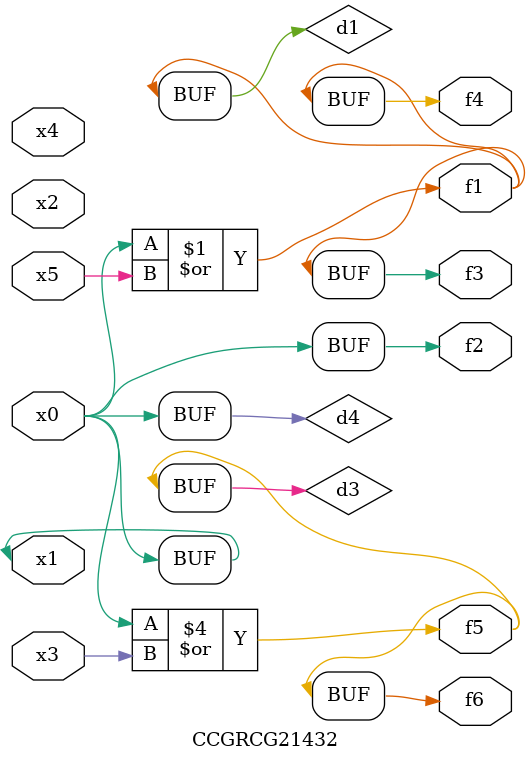
<source format=v>
module CCGRCG21432(
	input x0, x1, x2, x3, x4, x5,
	output f1, f2, f3, f4, f5, f6
);

	wire d1, d2, d3, d4;

	or (d1, x0, x5);
	xnor (d2, x1, x4);
	or (d3, x0, x3);
	buf (d4, x0, x1);
	assign f1 = d1;
	assign f2 = d4;
	assign f3 = d1;
	assign f4 = d1;
	assign f5 = d3;
	assign f6 = d3;
endmodule

</source>
